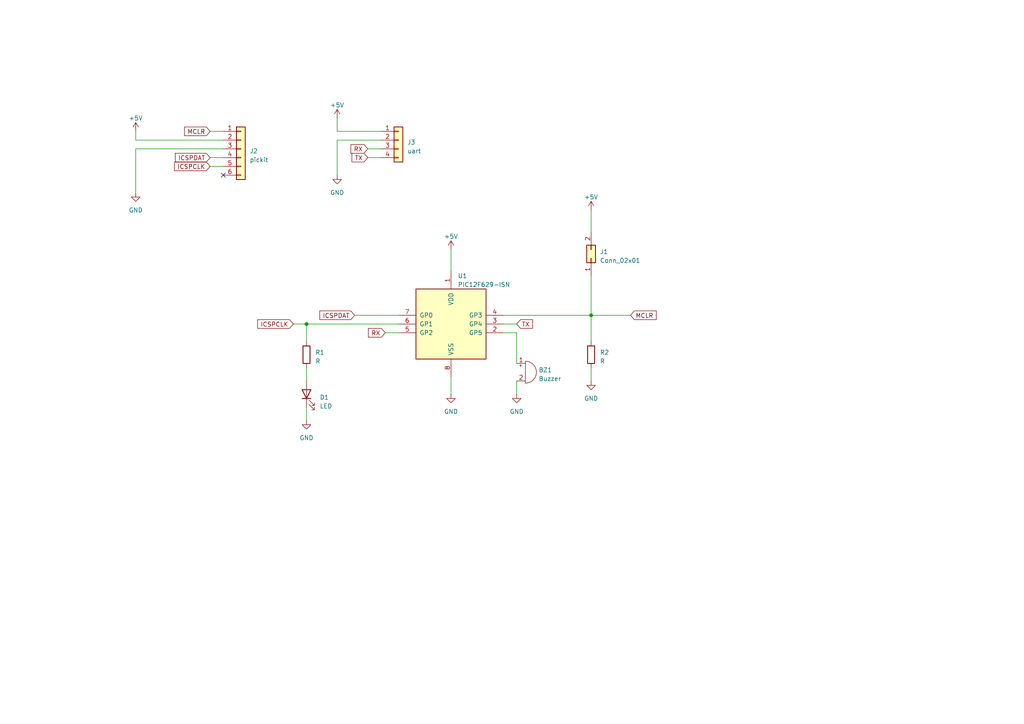
<source format=kicad_sch>
(kicad_sch (version 20230121) (generator eeschema)
  (paper "A4")
  (lib_symbols
    (symbol "Connector_Generic:Conn_01x04" (pin_names (offset 1.016) hide)
      (property "Reference" "J" (at 0 5.08 0))
      (property "Value" "Conn_01x04" (at 0 -7.62 0))
      (symbol "Conn_01x04_1_1"
        (rectangle (start -1.27 -4.953) (end 0 -5.207) (stroke (width 0.1524)))
        (rectangle (start -1.27 -2.413) (end 0 -2.667) (stroke (width 0.1524)))
        (rectangle (start -1.27 0.127) (end 0 -0.127) (stroke (width 0.1524)))
        (rectangle (start -1.27 2.667) (end 0 2.413) (stroke (width 0.1524)))
        (rectangle (start -1.27 3.81) (end 1.27 -6.35) (stroke (width 0.254)) (fill (type background)))
        (pin passive line (at -5.08 2.54 0) (length 3.81) (name "Pin_1") (number "1"))
        (pin passive line (at -5.08 0 0) (length 3.81) (name "Pin_2") (number "2"))
        (pin passive line (at -5.08 -2.54 0) (length 3.81) (name "Pin_3") (number "3"))
        (pin passive line (at -5.08 -5.08 0) (length 3.81) (name "Pin_4") (number "4"))
      )
    )
    (symbol "Connector_Generic:Conn_01x06" (pin_names (offset 1.016) hide)
      (property "Reference" "J" (at 0 7.62 0))
      (property "Value" "Conn_01x06" (at 0 -10.16 0))
      (symbol "Conn_01x06_1_1"
        (rectangle (start -1.27 -7.493) (end 0 -7.747) (stroke (width 0.1524)))
        (rectangle (start -1.27 -4.953) (end 0 -5.207) (stroke (width 0.1524)))
        (rectangle (start -1.27 -2.413) (end 0 -2.667) (stroke (width 0.1524)))
        (rectangle (start -1.27 0.127) (end 0 -0.127) (stroke (width 0.1524)))
        (rectangle (start -1.27 2.667) (end 0 2.413) (stroke (width 0.1524)))
        (rectangle (start -1.27 5.207) (end 0 4.953) (stroke (width 0.1524)))
        (rectangle (start -1.27 6.35) (end 1.27 -8.89) (stroke (width 0.254)) (fill (type background)))
        (pin passive line (at -5.08 5.08 0) (length 3.81) (name "Pin_1") (number "1"))
        (pin passive line (at -5.08 2.54 0) (length 3.81) (name "Pin_2") (number "2"))
        (pin passive line (at -5.08 0 0) (length 3.81) (name "Pin_3") (number "3"))
        (pin passive line (at -5.08 -2.54 0) (length 3.81) (name "Pin_4") (number "4"))
        (pin passive line (at -5.08 -5.08 0) (length 3.81) (name "Pin_5") (number "5"))
        (pin passive line (at -5.08 -7.62 0) (length 3.81) (name "Pin_6") (number "6"))
      )
    )
    (symbol "Connector_Generic:Conn_02x01" (pin_names (offset 1.016) hide)
      (property "Reference" "J" (at 1.27 2.54 0))
      (property "Value" "Conn_02x01" (at 1.27 -2.54 0))
      (symbol "Conn_02x01_1_1"
        (rectangle (start -1.27 0.127) (end 0 -0.127) (stroke (width 0.1524)))
        (rectangle (start -1.27 1.27) (end 3.81 -1.27) (stroke (width 0.254)) (fill (type background)))
        (rectangle (start 3.81 0.127) (end 2.54 -0.127) (stroke (width 0.1524)))
        (pin passive line (at -5.08 0 0) (length 3.81) (name "Pin_1") (number "1"))
        (pin passive line (at 7.62 0 180) (length 3.81) (name "Pin_2") (number "2"))
      )
    )
    (symbol "Device:Buzzer" (pin_names (offset 0.0254) hide)
      (property "Reference" "BZ" (at 3.81 1.27 0))
      (property "Value" "Buzzer" (at 3.81 -1.27 0))
      (symbol "Buzzer_0_1"
        (arc (start 0 -3.175) (mid 3.1612 0) (end 0 3.175))
        (polyline (pts (xy -1.651 1.905) (xy -1.143 1.905)))
        (polyline (pts (xy -1.397 2.159) (xy -1.397 1.651)))
        (polyline (pts (xy 0 3.175) (xy 0 -3.175)))
      )
      (symbol "Buzzer_1_1"
        (pin passive line (at -2.54 2.54 0) (length 2.54) (name "-") (number "1"))
        (pin passive line (at -2.54 -2.54 0) (length 2.54) (name "+") (number "2"))
      )
    )
    (symbol "Device:LED" (pin_numbers hide) (pin_names (offset 1.016) hide)
      (property "Reference" "D" (at 0 2.54 0))
      (property "Value" "LED" (at 0 -2.54 0))
      (symbol "LED_0_1"
        (polyline (pts (xy -1.27 -1.27) (xy -1.27 1.27)) (stroke (width 0.254)))
        (polyline (pts (xy -1.27 0) (xy 1.27 0)))
        (polyline (pts (xy 1.27 -1.27) (xy 1.27 1.27) (xy -1.27 0) (xy 1.27 -1.27)) (stroke (width 0.254)))
        (polyline (pts (xy -3.048 -0.762) (xy -4.572 -2.286) (xy -3.81 -2.286) (xy -4.572 -2.286) (xy -4.572 -1.524)))
        (polyline (pts (xy -1.778 -0.762) (xy -3.302 -2.286) (xy -2.54 -2.286) (xy -3.302 -2.286) (xy -3.302 -1.524)))
      )
      (symbol "LED_1_1"
        (pin passive line (at -3.81 0 0) (length 2.54) (name "K") (number "1"))
        (pin passive line (at 3.81 0 180) (length 2.54) (name "A") (number "2"))
      )
    )
    (symbol "Device:R" (pin_numbers hide) (pin_names (offset 0))
      (property "Reference" "R" (at 2.032 0 90))
      (property "Value" "R" (at 0 0 90))
      (symbol "R_0_1"
        (rectangle (start -1.016 -2.54) (end 1.016 2.54) (stroke (width 0.254)))
      )
      (symbol "R_1_1"
        (pin passive line (at 0 3.81 270) (length 1.27) (name "~") (number "1"))
        (pin passive line (at 0 -3.81 90) (length 1.27) (name "~") (number "2"))
      )
    )
    (symbol "MCU_Microchip_PIC12:PIC12F629-ISN" (pin_names (offset 1.016))
      (property "Reference" "U" (at 1.27 13.97 0))
      (property "Value" "PIC12F629-ISN" (at 1.27 11.43 0))
      (symbol "PIC12F629-ISN_0_1"
        (rectangle (start 10.16 -10.16) (end -10.16 10.16) (stroke (width 0.254)) (fill (type background)))
      )
      (symbol "PIC12F629-ISN_1_1"
        (pin power_in line (at 0 15.24 270) (length 5.08) (name "VDD") (number "1"))
        (pin bidirectional line (at 15.24 -2.54 180) (length 5.08) (name "GP5") (number "2"))
        (pin bidirectional line (at 15.24 0 180) (length 5.08) (name "GP4") (number "3"))
        (pin input line (at 15.24 2.54 180) (length 5.08) (name "GP3") (number "4"))
        (pin bidirectional line (at -15.24 -2.54 0) (length 5.08) (name "GP2") (number "5"))
        (pin bidirectional line (at -15.24 0 0) (length 5.08) (name "GP1") (number "6"))
        (pin bidirectional line (at -15.24 2.54 0) (length 5.08) (name "GP0") (number "7"))
        (pin power_in line (at 0 -15.24 90) (length 5.08) (name "VSS") (number "8"))
      )
    )
    (symbol "power:+5V" (power) (pin_names (offset 0))
      (property "Value" "+5V" (at 0 3.556 0))
      (symbol "+5V_0_1"
        (polyline (pts (xy -0.762 1.27) (xy 0 2.54)))
        (polyline (pts (xy 0 0) (xy 0 2.54)))
        (polyline (pts (xy 0 2.54) (xy 0.762 1.27)))
      )
      (symbol "+5V_1_1"
        (pin power_in line (at 0 0 90) (length 0) hide (name "+5V") (number "1"))
      )
    )
    (symbol "power:GND" (power) (pin_names (offset 0))
      (property "Value" "GND" (at 0 -3.81 0))
      (symbol "GND_0_1"
        (polyline (pts (xy 0 0) (xy 0 -1.27) (xy 1.27 -1.27) (xy 0 -2.54) (xy -1.27 -1.27) (xy 0 -1.27)))
      )
      (symbol "GND_1_1"
        (pin power_in line (at 0 0 270) (length 0) hide (name "GND") (number "1"))
      )
    )
  )
  (junction (at 171.45 91.44))
  (junction (at 88.9 93.98))
  (no_connect (at 64.77 50.8))
  (wire (pts (xy 88.9 118.11) (xy 88.9 121.92)))
  (wire (pts (xy 146.05 91.44) (xy 171.45 91.44)))
  (wire (pts (xy 171.45 91.44) (xy 171.45 99.06)))
  (wire (pts (xy 60.96 45.72) (xy 64.77 45.72)))
  (wire (pts (xy 97.79 38.1) (xy 97.79 34.29)))
  (wire (pts (xy 130.81 72.39) (xy 130.81 78.74)))
  (wire (pts (xy 102.87 91.44) (xy 115.57 91.44)))
  (wire (pts (xy 106.68 45.72) (xy 110.49 45.72)))
  (wire (pts (xy 110.49 38.1) (xy 97.79 38.1)))
  (wire (pts (xy 39.37 43.18) (xy 39.37 55.88)))
  (wire (pts (xy 149.86 110.49) (xy 149.86 114.3)))
  (wire (pts (xy 97.79 40.64) (xy 97.79 50.8)))
  (wire (pts (xy 88.9 93.98) (xy 88.9 99.06)))
  (wire (pts (xy 171.45 106.68) (xy 171.45 110.49)))
  (wire (pts (xy 64.77 40.64) (xy 39.37 40.64)))
  (wire (pts (xy 64.77 43.18) (xy 39.37 43.18)))
  (wire (pts (xy 39.37 40.64) (xy 39.37 38.1)))
  (wire (pts (xy 106.68 43.18) (xy 110.49 43.18)))
  (wire (pts (xy 88.9 106.68) (xy 88.9 110.49)))
  (wire (pts (xy 110.49 40.64) (xy 97.79 40.64)))
  (wire (pts (xy 85.09 93.98) (xy 88.9 93.98)))
  (wire (pts (xy 60.96 48.26) (xy 64.77 48.26)))
  (wire (pts (xy 60.96 38.1) (xy 64.77 38.1)))
  (wire (pts (xy 146.05 93.98) (xy 149.86 93.98)))
  (wire (pts (xy 88.9 93.98) (xy 115.57 93.98)))
  (wire (pts (xy 149.86 105.41) (xy 149.86 96.52)))
  (wire (pts (xy 171.45 60.96) (xy 171.45 67.31)))
  (wire (pts (xy 171.45 80.01) (xy 171.45 91.44)))
  (wire (pts (xy 111.76 96.52) (xy 115.57 96.52)))
  (wire (pts (xy 149.86 96.52) (xy 146.05 96.52)))
  (wire (pts (xy 171.45 91.44) (xy 182.88 91.44)))
  (wire (pts (xy 130.81 109.22) (xy 130.81 114.3)))
  (global_label "TX" (shape input) (at 149.86 93.98 0) (property "Intersheetrefs" "${INTERSHEET_REFS}" (effects hide)))
  (global_label "MCLR" (shape input) (at 182.88 91.44 0) (property "Intersheetrefs" "${INTERSHEET_REFS}" (effects hide)))
  (global_label "ICSPDAT" (shape input) (at 102.87 91.44 180) (property "Intersheetrefs" "${INTERSHEET_REFS}" (effects hide)))
  (global_label "MCLR" (shape input) (at 60.96 38.1 180) (property "Intersheetrefs" "${INTERSHEET_REFS}" (effects hide)))
  (global_label "RX" (shape input) (at 106.68 43.18 180) (property "Intersheetrefs" "${INTERSHEET_REFS}" (effects hide)))
  (global_label "ICSPCLK" (shape input) (at 60.96 48.26 180) (property "Intersheetrefs" "${INTERSHEET_REFS}" (effects hide)))
  (global_label "ICSPCLK" (shape input) (at 85.09 93.98 180) (property "Intersheetrefs" "${INTERSHEET_REFS}" (effects hide)))
  (global_label "TX" (shape input) (at 106.68 45.72 180) (property "Intersheetrefs" "${INTERSHEET_REFS}" (effects hide)))
  (global_label "RX" (shape input) (at 111.76 96.52 180) (property "Intersheetrefs" "${INTERSHEET_REFS}" (effects hide)))
  (global_label "ICSPDAT" (shape input) (at 60.96 45.72 180) (property "Intersheetrefs" "${INTERSHEET_REFS}" (effects hide)))
  (symbol (lib_id "Connector_Generic:Conn_02x01") (at 171.45 74.93 90) (unit 1)
    (property "Reference" "J1" (at 173.99 73.025 90) (effects (justify right)))
    (property "Value" "Conn_02x01" (at 173.99 75.565 90) (effects (justify right)))
    (property "Footprint" "Button_Switch_THT:SW_PUSH-12mm" (effects hide))
  )
  (symbol (lib_id "power:+5V") (at 130.81 72.39 0) (unit 1)
    (property "Reference" "#PWR01" (effects hide))
    (property "Value" "+5V" (at 130.81 68.58 0))
  )
  (symbol (lib_id "Device:R") (at 171.45 102.87 0) (unit 1)
    (property "Reference" "R2" (at 173.99 102.235 0) (effects (justify left)))
    (property "Value" "R" (at 173.99 104.775 0) (effects (justify left)))
    (property "Footprint" "Resistor_THT:R_Axial_DIN0207_L6.3mm_D2.5mm_P10.16mm_Horizontal" (effects hide))
  )
  (symbol (lib_id "Connector_Generic:Conn_01x06") (at 69.85 43.18 0) (unit 1)
    (property "Reference" "J2" (at 72.39 43.815 0) (effects (justify left)))
    (property "Value" "pickit" (at 72.39 46.355 0) (effects (justify left)))
    (property "Footprint" "Connector_PinHeader_2.00mm:PinHeader_1x06_P2.00mm_Horizontal" (effects hide))
  )
  (symbol (lib_id "Device:R") (at 88.9 102.87 0) (unit 1)
    (property "Reference" "R1" (at 91.44 102.235 0) (effects (justify left)))
    (property "Value" "R" (at 91.44 104.775 0) (effects (justify left)))
    (property "Footprint" "Resistor_THT:R_Axial_DIN0207_L6.3mm_D2.5mm_P10.16mm_Horizontal" (effects hide))
  )
  (symbol (lib_id "Connector_Generic:Conn_01x04") (at 115.57 40.64 0) (unit 1)
    (property "Reference" "J3" (at 118.11 41.275 0) (effects (justify left)))
    (property "Value" "uart" (at 118.11 43.815 0) (effects (justify left)))
    (property "Footprint" "Connector_PinHeader_2.00mm:PinHeader_1x04_P2.00mm_Horizontal" (effects hide))
  )
  (symbol (lib_id "Device:Buzzer") (at 152.4 107.95 0) (unit 1)
    (property "Reference" "BZ1" (at 156.21 107.315 0) (effects (justify left)))
    (property "Value" "Buzzer" (at 156.21 109.855 0) (effects (justify left)))
    (property "Footprint" "Buzzer_Beeper:MagneticBuzzer_Kingstate_KCG0601" (effects hide))
  )
  (symbol (lib_id "power:GND") (at 130.81 114.3 0) (unit 1)
    (property "Reference" "#PWR02" (effects hide))
    (property "Value" "GND" (at 130.81 119.38 0))
  )
  (symbol (lib_id "Device:LED") (at 88.9 114.3 90) (unit 1)
    (property "Reference" "D1" (at 92.71 115.2525 90) (effects (justify right)))
    (property "Value" "LED" (at 92.71 117.7925 90) (effects (justify right)))
    (property "Footprint" "LED_THT:LED_D5.0mm" (effects hide))
  )
  (symbol (lib_id "power:GND") (at 97.79 50.8 0) (unit 1)
    (property "Reference" "#PWR010" (effects hide))
    (property "Value" "GND" (at 97.79 55.88 0))
  )
  (symbol (lib_id "power:GND") (at 171.45 110.49 0) (unit 1)
    (property "Reference" "#PWR07" (effects hide))
    (property "Value" "GND" (at 171.45 115.57 0))
  )
  (symbol (lib_id "power:+5V") (at 39.37 38.1 0) (unit 1)
    (property "Reference" "#PWR03" (effects hide))
    (property "Value" "+5V" (at 39.37 34.29 0))
  )
  (symbol (lib_id "power:GND") (at 88.9 121.92 0) (unit 1)
    (property "Reference" "#PWR05" (effects hide))
    (property "Value" "GND" (at 88.9 127 0))
  )
  (symbol (lib_id "MCU_Microchip_PIC12:PIC12F629-ISN") (at 130.81 93.98 0) (unit 1)
    (property "Reference" "U1" (at 132.7659 80.01 0) (effects (justify left)))
    (property "Value" "PIC12F629-ISN" (at 132.7659 82.55 0) (effects (justify left)))
    (property "Footprint" "Package_DIP:DIP-8_W7.62mm" (effects hide))
    (property "Datasheet" "http://ww1.microchip.com/downloads/en/DeviceDoc/41190G.pdf" (effects hide))
  )
  (symbol (lib_id "power:+5V") (at 97.79 34.29 0) (unit 1)
    (property "Reference" "#PWR09" (effects hide))
    (property "Value" "+5V" (at 97.79 30.48 0))
  )
  (symbol (lib_id "power:GND") (at 39.37 55.88 0) (unit 1)
    (property "Reference" "#PWR04" (effects hide))
    (property "Value" "GND" (at 39.37 60.96 0))
  )
  (symbol (lib_id "power:GND") (at 149.86 114.3 0) (unit 1)
    (property "Reference" "#PWR08" (effects hide))
    (property "Value" "GND" (at 149.86 119.38 0))
  )
  (symbol (lib_id "power:+5V") (at 171.45 60.96 0) (unit 1)
    (property "Reference" "#PWR06" (effects hide))
    (property "Value" "+5V" (at 171.45 57.15 0))
  )
)
</source>
